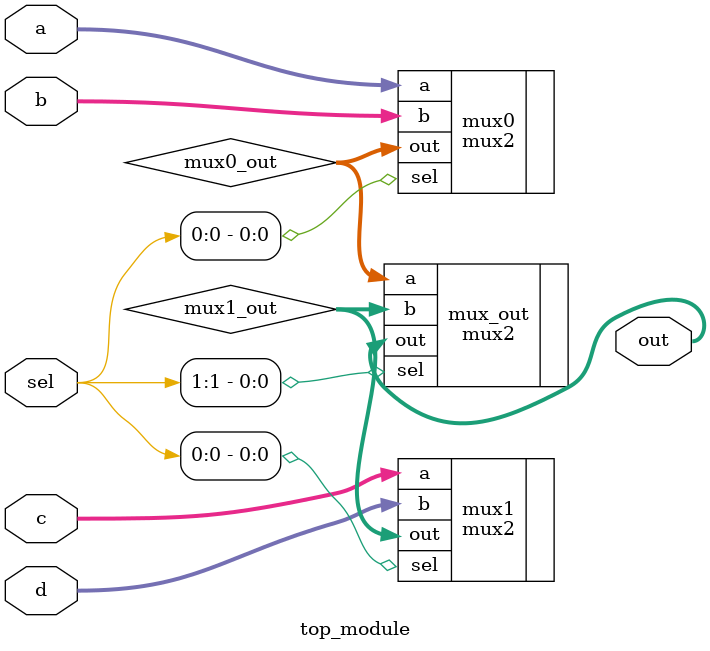
<source format=v>
module top_module (
    input [1:0] sel,
    input [7:0] a,
    input [7:0] b,
    input [7:0] c,
    input [7:0] d,
    output [7:0] out  
); 
    wire [7:0] mux0_out, mux1_out;

    mux2 mux0 (.sel(sel[0]), .a(a), .b(b), .out(mux0_out));
    mux2 mux1 (.sel(sel[0]), .a(c), .b(d), .out(mux1_out));
    mux2 mux_out (.sel(sel[1]), .a(mux0_out), .b(mux1_out), .out(out));

endmodule

</source>
